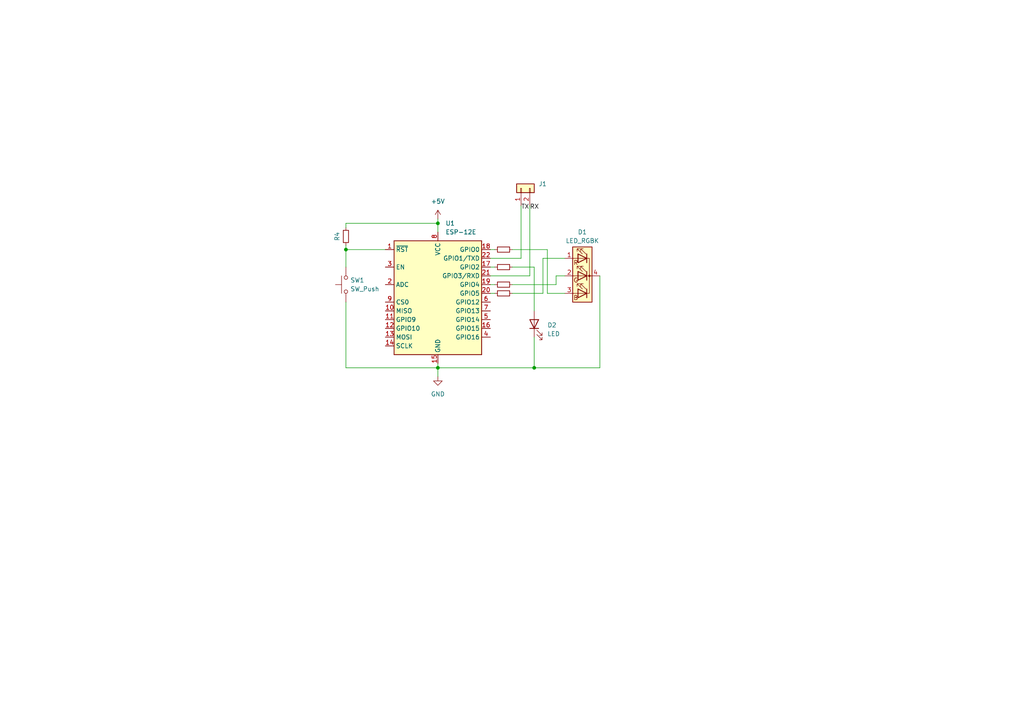
<source format=kicad_sch>
(kicad_sch (version 20230121) (generator eeschema)
  (paper "A4")
  (lib_symbols
    (symbol "Connector_Generic:Conn_01x02" (pin_names (offset 1.016) hide)
      (property "Reference" "J" (at 0 2.54 0))
      (property "Value" "Conn_01x02" (at 0 -5.08 0))
      (symbol "Conn_01x02_1_1"
        (rectangle (start -1.27 -2.413) (end 0 -2.667) (stroke (width 0.1524)))
        (rectangle (start -1.27 0.127) (end 0 -0.127) (stroke (width 0.1524)))
        (rectangle (start -1.27 1.27) (end 1.27 -3.81) (stroke (width 0.254)) (fill (type background)))
        (pin passive line (at -5.08 0 0) (length 3.81) (name "Pin_1") (number "1"))
        (pin passive line (at -5.08 -2.54 0) (length 3.81) (name "Pin_2") (number "2"))
      )
    )
    (symbol "Device:LED" (pin_numbers hide) (pin_names (offset 1.016) hide)
      (property "Reference" "D" (at 0 2.54 0))
      (property "Value" "LED" (at 0 -2.54 0))
      (symbol "LED_0_1"
        (polyline (pts (xy -1.27 -1.27) (xy -1.27 1.27)) (stroke (width 0.254)))
        (polyline (pts (xy -1.27 0) (xy 1.27 0)))
        (polyline (pts (xy 1.27 -1.27) (xy 1.27 1.27) (xy -1.27 0) (xy 1.27 -1.27)) (stroke (width 0.254)))
        (polyline (pts (xy -3.048 -0.762) (xy -4.572 -2.286) (xy -3.81 -2.286) (xy -4.572 -2.286) (xy -4.572 -1.524)))
        (polyline (pts (xy -1.778 -0.762) (xy -3.302 -2.286) (xy -2.54 -2.286) (xy -3.302 -2.286) (xy -3.302 -1.524)))
      )
      (symbol "LED_1_1"
        (pin passive line (at -3.81 0 0) (length 2.54) (name "K") (number "1"))
        (pin passive line (at 3.81 0 180) (length 2.54) (name "A") (number "2"))
      )
    )
    (symbol "Device:LED_RGBK" (pin_names (offset 0) hide)
      (property "Reference" "D" (at 0 9.398 0))
      (property "Value" "LED_RGBK" (at 0 -8.89 0))
      (symbol "LED_RGBK_0_0"
        (text "B" (at 1.905 -6.35 0) (effects (font (size 1.27 1.27))))
        (text "G" (at 1.905 -1.27 0) (effects (font (size 1.27 1.27))))
        (text "R" (at 1.905 3.81 0) (effects (font (size 1.27 1.27))))
      )
      (symbol "LED_RGBK_0_1"
        (circle (center -2.032 0) (radius 0.254) (fill (type outline)))
        (polyline (pts (xy -1.27 -5.08) (xy 1.27 -5.08)))
        (polyline (pts (xy -1.27 -3.81) (xy -1.27 -6.35)) (stroke (width 0.254)))
        (polyline (pts (xy -1.27 0) (xy -2.54 0)))
        (polyline (pts (xy -1.27 1.27) (xy -1.27 -1.27)) (stroke (width 0.254)))
        (polyline (pts (xy -1.27 5.08) (xy 1.27 5.08)))
        (polyline (pts (xy -1.27 6.35) (xy -1.27 3.81)) (stroke (width 0.254)))
        (polyline (pts (xy 1.27 -5.08) (xy 2.54 -5.08)))
        (polyline (pts (xy 1.27 0) (xy -1.27 0)))
        (polyline (pts (xy 1.27 0) (xy 2.54 0)))
        (polyline (pts (xy 1.27 5.08) (xy 2.54 5.08)))
        (polyline (pts (xy -1.27 1.27) (xy -1.27 -1.27) (xy -1.27 -1.27)))
        (polyline (pts (xy -1.27 6.35) (xy -1.27 3.81) (xy -1.27 3.81)))
        (polyline (pts (xy -1.27 5.08) (xy -2.032 5.08) (xy -2.032 -5.08) (xy -1.016 -5.08)))
        (polyline (pts (xy 1.27 -3.81) (xy 1.27 -6.35) (xy -1.27 -5.08) (xy 1.27 -3.81)) (stroke (width 0.254)))
        (polyline (pts (xy 1.27 1.27) (xy 1.27 -1.27) (xy -1.27 0) (xy 1.27 1.27)) (stroke (width 0.254)))
        (polyline (pts (xy 1.27 6.35) (xy 1.27 3.81) (xy -1.27 5.08) (xy 1.27 6.35)) (stroke (width 0.254)))
        (polyline (pts (xy -1.016 -3.81) (xy 0.508 -2.286) (xy -0.254 -2.286) (xy 0.508 -2.286) (xy 0.508 -3.048)))
        (polyline (pts (xy -1.016 1.27) (xy 0.508 2.794) (xy -0.254 2.794) (xy 0.508 2.794) (xy 0.508 2.032)))
        (polyline (pts (xy -1.016 6.35) (xy 0.508 7.874) (xy -0.254 7.874) (xy 0.508 7.874) (xy 0.508 7.112)))
        (polyline (pts (xy 0 -3.81) (xy 1.524 -2.286) (xy 0.762 -2.286) (xy 1.524 -2.286) (xy 1.524 -3.048)))
        (polyline (pts (xy 0 1.27) (xy 1.524 2.794) (xy 0.762 2.794) (xy 1.524 2.794) (xy 1.524 2.032)))
        (polyline (pts (xy 0 6.35) (xy 1.524 7.874) (xy 0.762 7.874) (xy 1.524 7.874) (xy 1.524 7.112)))
        (rectangle (start 1.27 -1.27) (end 1.27 1.27))
        (rectangle (start 1.27 1.27) (end 1.27 1.27))
        (rectangle (start 1.27 3.81) (end 1.27 6.35))
        (rectangle (start 1.27 6.35) (end 1.27 6.35))
        (rectangle (start 2.794 8.382) (end -2.794 -7.62) (stroke (width 0.254)) (fill (type background)))
      )
      (symbol "LED_RGBK_1_1"
        (pin passive line (at 5.08 5.08 180) (length 2.54) (name "RA") (number "1"))
        (pin passive line (at 5.08 0 180) (length 2.54) (name "GA") (number "2"))
        (pin passive line (at 5.08 -5.08 180) (length 2.54) (name "BA") (number "3"))
        (pin passive line (at -5.08 0 0) (length 2.54) (name "K") (number "4"))
      )
    )
    (symbol "Device:R_Small" (pin_numbers hide) (pin_names (offset 0.254) hide)
      (property "Reference" "R" (at 0.762 0.508 0))
      (property "Value" "R_Small" (at 0.762 -1.016 0))
      (symbol "R_Small_0_1"
        (rectangle (start -0.762 1.778) (end 0.762 -1.778) (stroke (width 0.2032)))
      )
      (symbol "R_Small_1_1"
        (pin passive line (at 0 2.54 270) (length 0.762) (name "~") (number "1"))
        (pin passive line (at 0 -2.54 90) (length 0.762) (name "~") (number "2"))
      )
    )
    (symbol "RF_Module:ESP-12E"
      (property "Reference" "U" (at -12.7 19.05 0))
      (property "Value" "ESP-12E" (at 12.7 19.05 0))
      (symbol "ESP-12E_0_1"
        (rectangle (start -12.7 17.78) (end 12.7 -15.24) (stroke (width 0.254)) (fill (type background)))
      )
      (symbol "ESP-12E_1_1"
        (pin input line (at -15.24 15.24 0) (length 2.54) (name "~{RST}") (number "1"))
        (pin bidirectional line (at -15.24 -2.54 0) (length 2.54) (name "MISO") (number "10"))
        (pin bidirectional line (at -15.24 -5.08 0) (length 2.54) (name "GPIO9") (number "11"))
        (pin bidirectional line (at -15.24 -7.62 0) (length 2.54) (name "GPIO10") (number "12"))
        (pin bidirectional line (at -15.24 -10.16 0) (length 2.54) (name "MOSI") (number "13"))
        (pin bidirectional line (at -15.24 -12.7 0) (length 2.54) (name "SCLK") (number "14"))
        (pin power_in line (at 0 -17.78 90) (length 2.54) (name "GND") (number "15"))
        (pin bidirectional line (at 15.24 -7.62 180) (length 2.54) (name "GPIO15") (number "16"))
        (pin bidirectional line (at 15.24 10.16 180) (length 2.54) (name "GPIO2") (number "17"))
        (pin bidirectional line (at 15.24 15.24 180) (length 2.54) (name "GPIO0") (number "18"))
        (pin bidirectional line (at 15.24 5.08 180) (length 2.54) (name "GPIO4") (number "19"))
        (pin input line (at -15.24 5.08 0) (length 2.54) (name "ADC") (number "2"))
        (pin bidirectional line (at 15.24 2.54 180) (length 2.54) (name "GPIO5") (number "20"))
        (pin bidirectional line (at 15.24 7.62 180) (length 2.54) (name "GPIO3/RXD") (number "21"))
        (pin bidirectional line (at 15.24 12.7 180) (length 2.54) (name "GPIO1/TXD") (number "22"))
        (pin input line (at -15.24 10.16 0) (length 2.54) (name "EN") (number "3"))
        (pin bidirectional line (at 15.24 -10.16 180) (length 2.54) (name "GPIO16") (number "4"))
        (pin bidirectional line (at 15.24 -5.08 180) (length 2.54) (name "GPIO14") (number "5"))
        (pin bidirectional line (at 15.24 0 180) (length 2.54) (name "GPIO12") (number "6"))
        (pin bidirectional line (at 15.24 -2.54 180) (length 2.54) (name "GPIO13") (number "7"))
        (pin power_in line (at 0 20.32 270) (length 2.54) (name "VCC") (number "8"))
        (pin input line (at -15.24 0 0) (length 2.54) (name "CS0") (number "9"))
      )
    )
    (symbol "Switch:SW_Push" (pin_numbers hide) (pin_names (offset 1.016) hide)
      (property "Reference" "SW" (at 1.27 2.54 0))
      (property "Value" "SW_Push" (at 0 -1.524 0))
      (symbol "SW_Push_0_1"
        (circle (center -2.032 0) (radius 0.508))
        (polyline (pts (xy 0 1.27) (xy 0 3.048)))
        (polyline (pts (xy 2.54 1.27) (xy -2.54 1.27)))
        (circle (center 2.032 0) (radius 0.508))
        (pin passive line (at -5.08 0 0) (length 2.54) (name "1") (number "1"))
        (pin passive line (at 5.08 0 180) (length 2.54) (name "2") (number "2"))
      )
    )
    (symbol "power:+5V" (power) (pin_names (offset 0))
      (property "Value" "+5V" (at 0 3.556 0))
      (symbol "+5V_0_1"
        (polyline (pts (xy -0.762 1.27) (xy 0 2.54)))
        (polyline (pts (xy 0 0) (xy 0 2.54)))
        (polyline (pts (xy 0 2.54) (xy 0.762 1.27)))
      )
      (symbol "+5V_1_1"
        (pin power_in line (at 0 0 90) (length 0) hide (name "+5V") (number "1"))
      )
    )
    (symbol "power:GND" (power) (pin_names (offset 0))
      (property "Value" "GND" (at 0 -3.81 0))
      (symbol "GND_0_1"
        (polyline (pts (xy 0 0) (xy 0 -1.27) (xy 1.27 -1.27) (xy 0 -2.54) (xy -1.27 -1.27) (xy 0 -1.27)))
      )
      (symbol "GND_1_1"
        (pin power_in line (at 0 0 270) (length 0) hide (name "GND") (number "1"))
      )
    )
  )
  (junction (at 127 106.68))
  (junction (at 127 64.77))
  (junction (at 100.33 72.39))
  (junction (at 154.94 106.68))
  (wire (pts (xy 142.24 80.01) (xy 153.67 80.01)))
  (wire (pts (xy 161.29 82.55) (xy 161.29 80.01)))
  (wire (pts (xy 127 106.68) (xy 154.94 106.68)))
  (wire (pts (xy 158.75 72.39) (xy 158.75 85.09)))
  (wire (pts (xy 154.94 97.79) (xy 154.94 106.68)))
  (wire (pts (xy 142.24 85.09) (xy 143.51 85.09)))
  (wire (pts (xy 158.75 85.09) (xy 163.83 85.09)))
  (wire (pts (xy 100.33 72.39) (xy 100.33 77.47)))
  (wire (pts (xy 100.33 106.68) (xy 127 106.68)))
  (wire (pts (xy 100.33 71.12) (xy 100.33 72.39)))
  (wire (pts (xy 100.33 66.04) (xy 100.33 64.77)))
  (wire (pts (xy 148.59 72.39) (xy 158.75 72.39)))
  (wire (pts (xy 100.33 64.77) (xy 127 64.77)))
  (wire (pts (xy 153.67 59.69) (xy 153.67 80.01)))
  (wire (pts (xy 157.48 74.93) (xy 163.83 74.93)))
  (wire (pts (xy 154.94 77.47) (xy 154.94 90.17)))
  (wire (pts (xy 142.24 74.93) (xy 151.13 74.93)))
  (wire (pts (xy 148.59 85.09) (xy 157.48 85.09)))
  (wire (pts (xy 154.94 106.68) (xy 173.99 106.68)))
  (wire (pts (xy 142.24 72.39) (xy 143.51 72.39)))
  (wire (pts (xy 127 64.77) (xy 127 67.31)))
  (wire (pts (xy 127 63.5) (xy 127 64.77)))
  (wire (pts (xy 151.13 59.69) (xy 151.13 74.93)))
  (wire (pts (xy 148.59 77.47) (xy 154.94 77.47)))
  (wire (pts (xy 100.33 72.39) (xy 111.76 72.39)))
  (wire (pts (xy 100.33 87.63) (xy 100.33 106.68)))
  (wire (pts (xy 157.48 85.09) (xy 157.48 74.93)))
  (wire (pts (xy 127 105.41) (xy 127 106.68)))
  (wire (pts (xy 148.59 82.55) (xy 161.29 82.55)))
  (wire (pts (xy 142.24 82.55) (xy 143.51 82.55)))
  (wire (pts (xy 127 106.68) (xy 127 109.22)))
  (wire (pts (xy 173.99 80.01) (xy 173.99 106.68)))
  (wire (pts (xy 161.29 80.01) (xy 163.83 80.01)))
  (wire (pts (xy 142.24 77.47) (xy 143.51 77.47)))
  (label "RX" (at 153.67 60.96 0))
  (label "TX" (at 151.13 60.96 0))
  (symbol (lib_id "power:+5V") (at 127 63.5 0) (unit 1)
    (property "Reference" "#PWR01" (effects hide))
    (property "Value" "+5V" (at 127 58.42 0))
  )
  (symbol (lib_id "Device:LED_RGBK") (at 168.91 80.01 0) (mirror y) (unit 1)
    (property "Reference" "D1" (at 168.91 67.31 0))
    (property "Value" "LED_RGBK" (at 168.91 69.85 0))
    (property "Footprint" "Connector_PinHeader_2.54mm:PinHeader_1x04_P2.54mm_Vertical" (effects hide))
  )
  (symbol (lib_id "power:GND") (at 127 109.22 0) (unit 1)
    (property "Reference" "#PWR02" (effects hide))
    (property "Value" "GND" (at 127 114.3 0))
  )
  (symbol (lib_id "Device:R_Small") (at 146.05 85.09 90) (unit 1)
    (property "Reference" "R3" (effects hide))
    (property "Value" "R_Small" (effects hide))
    (property "Footprint" "Resistor_THT:R_Axial_DIN0204_L3.6mm_D1.6mm_P5.08mm_Horizontal" (effects hide))
  )
  (symbol (lib_id "Device:R_Small") (at 146.05 72.39 90) (unit 1)
    (property "Reference" "R1" (effects hide))
    (property "Value" "R_Small" (effects hide))
    (property "Footprint" "Resistor_THT:R_Axial_DIN0204_L3.6mm_D1.6mm_P5.08mm_Horizontal" (effects hide))
  )
  (symbol (lib_id "Switch:SW_Push") (at 100.33 82.55 90) (unit 1)
    (property "Reference" "SW1" (at 101.6 81.28 90) (effects (justify right)))
    (property "Value" "SW_Push" (at 101.6 83.82 90) (effects (justify right)))
    (property "Footprint" "Button_Switch_THT:SW_PUSH_6mm" (effects hide))
  )
  (symbol (lib_id "RF_Module:ESP-12E") (at 127 87.63 0) (unit 1)
    (property "Reference" "U1" (at 129.1941 64.77 0) (effects (justify left)))
    (property "Value" "ESP-12E" (at 129.1941 67.31 0) (effects (justify left)))
    (property "Footprint" "RF_Module:ESP-12E" (effects hide))
    (property "Datasheet" "http://wiki.ai-thinker.com/_media/esp8266/esp8266_series_modules_user_manual_v1.1.pdf" (effects hide))
  )
  (symbol (lib_id "Device:LED") (at 154.94 93.98 90) (unit 1)
    (property "Reference" "D2" (at 158.75 94.2975 90) (effects (justify right)))
    (property "Value" "LED" (at 158.75 96.8375 90) (effects (justify right)))
    (property "Footprint" "LED_THT:LED_D3.0mm" (effects hide))
  )
  (symbol (lib_id "Device:R_Small") (at 146.05 82.55 90) (unit 1)
    (property "Reference" "R2" (effects hide))
    (property "Value" "R_Small" (effects hide))
    (property "Footprint" "Resistor_THT:R_Axial_DIN0204_L3.6mm_D1.6mm_P5.08mm_Horizontal" (effects hide))
  )
  (symbol (lib_id "Device:R_Small") (at 100.33 68.58 180) (unit 1)
    (property "Reference" "R4" (at 97.79 68.58 90))
    (property "Value" "R_Small" (effects hide))
    (property "Footprint" "Resistor_THT:R_Axial_DIN0204_L3.6mm_D1.6mm_P5.08mm_Horizontal" (effects hide))
  )
  (symbol (lib_id "Device:R_Small") (at 146.05 77.47 90) (unit 1)
    (property "Reference" "R5" (effects hide))
    (property "Value" "R_Small" (effects hide))
    (property "Footprint" "Resistor_THT:R_Axial_DIN0204_L3.6mm_D1.6mm_P5.08mm_Horizontal" (effects hide))
  )
  (symbol (lib_id "Connector_Generic:Conn_01x02") (at 151.13 54.61 90) (unit 1)
    (property "Reference" "J1" (at 156.21 53.34 90) (effects (justify right)))
    (property "Value" "Conn_01x02" (effects hide))
    (property "Footprint" "Connector_PinHeader_2.54mm:PinHeader_1x02_P2.54mm_Vertical" (effects hide))
  )
)
</source>
